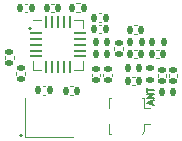
<source format=gbr>
%TF.GenerationSoftware,KiCad,Pcbnew,6.0.11-2627ca5db0~126~ubuntu22.04.1*%
%TF.CreationDate,2023-09-01T15:57:07+02:00*%
%TF.ProjectId,CC1101_868MHz_UFL_RF_Modul_FUEL4EP,43433131-3031-45f3-9836-384d487a5f55,1.3*%
%TF.SameCoordinates,Original*%
%TF.FileFunction,Legend,Top*%
%TF.FilePolarity,Positive*%
%FSLAX46Y46*%
G04 Gerber Fmt 4.6, Leading zero omitted, Abs format (unit mm)*
G04 Created by KiCad (PCBNEW 6.0.11-2627ca5db0~126~ubuntu22.04.1) date 2023-09-01 15:57:07*
%MOMM*%
%LPD*%
G01*
G04 APERTURE LIST*
G04 Aperture macros list*
%AMRoundRect*
0 Rectangle with rounded corners*
0 $1 Rounding radius*
0 $2 $3 $4 $5 $6 $7 $8 $9 X,Y pos of 4 corners*
0 Add a 4 corners polygon primitive as box body*
4,1,4,$2,$3,$4,$5,$6,$7,$8,$9,$2,$3,0*
0 Add four circle primitives for the rounded corners*
1,1,$1+$1,$2,$3*
1,1,$1+$1,$4,$5*
1,1,$1+$1,$6,$7*
1,1,$1+$1,$8,$9*
0 Add four rect primitives between the rounded corners*
20,1,$1+$1,$2,$3,$4,$5,0*
20,1,$1+$1,$4,$5,$6,$7,0*
20,1,$1+$1,$6,$7,$8,$9,0*
20,1,$1+$1,$8,$9,$2,$3,0*%
G04 Aperture macros list end*
%ADD10C,0.176200*%
%ADD11C,0.150000*%
%ADD12C,0.120000*%
%ADD13RoundRect,0.147500X-0.147500X-0.172500X0.147500X-0.172500X0.147500X0.172500X-0.147500X0.172500X0*%
%ADD14RoundRect,0.140000X0.140000X0.170000X-0.140000X0.170000X-0.140000X-0.170000X0.140000X-0.170000X0*%
%ADD15RoundRect,0.140000X-0.140000X-0.170000X0.140000X-0.170000X0.140000X0.170000X-0.140000X0.170000X0*%
%ADD16RoundRect,0.250000X-0.600000X-0.250000X0.600000X-0.250000X0.600000X0.250000X-0.600000X0.250000X0*%
%ADD17RoundRect,0.147500X-0.172500X0.147500X-0.172500X-0.147500X0.172500X-0.147500X0.172500X0.147500X0*%
%ADD18RoundRect,0.140000X0.170000X-0.140000X0.170000X0.140000X-0.170000X0.140000X-0.170000X-0.140000X0*%
%ADD19R,1.800000X1.500000*%
%ADD20RoundRect,0.140000X-0.170000X0.140000X-0.170000X-0.140000X0.170000X-0.140000X0.170000X0.140000X0*%
%ADD21RoundRect,0.135000X0.135000X0.185000X-0.135000X0.185000X-0.135000X-0.185000X0.135000X-0.185000X0*%
%ADD22R,1.400000X1.200000*%
%ADD23R,1.700000X1.000000*%
%ADD24R,1.000000X1.000000*%
%ADD25R,2.200000X1.050000*%
%ADD26RoundRect,0.062500X-0.425000X-0.062500X0.425000X-0.062500X0.425000X0.062500X-0.425000X0.062500X0*%
%ADD27RoundRect,0.062500X-0.062500X-0.425000X0.062500X-0.425000X0.062500X0.425000X-0.062500X0.425000X0*%
%ADD28R,2.400000X2.400000*%
G04 APERTURE END LIST*
D10*
X6338100Y10075000D02*
G75*
G03*
X6338100Y10075000I-88100J0D01*
G01*
X5563100Y1025000D02*
G75*
G03*
X5563100Y1025000I-88100J0D01*
G01*
D11*
X16575000Y3639285D02*
X16575000Y3925000D01*
X16746428Y3582142D02*
X16146428Y3782142D01*
X16746428Y3982142D01*
X16746428Y4182142D02*
X16146428Y4182142D01*
X16746428Y4525000D01*
X16146428Y4525000D01*
X16146428Y4725000D02*
X16146428Y5067857D01*
X16746428Y4896428D02*
X16146428Y4896428D01*
D12*
%TO.C,C14*%
X8235836Y12171000D02*
X8020164Y12171000D01*
X8235836Y11451000D02*
X8020164Y11451000D01*
%TO.C,C5*%
X17132836Y7540000D02*
X16917164Y7540000D01*
X17132836Y8260000D02*
X16917164Y8260000D01*
%TO.C,C3*%
X14892164Y5973800D02*
X15107836Y5973800D01*
X14892164Y5253800D02*
X15107836Y5253800D01*
%TO.C,C2*%
X13369000Y8276964D02*
X13369000Y8492636D01*
X14089000Y8276964D02*
X14089000Y8492636D01*
%TO.C,C7*%
X18710000Y5982164D02*
X18710000Y6197836D01*
X17990000Y5982164D02*
X17990000Y6197836D01*
%TO.C,C16*%
X5075600Y6356236D02*
X5075600Y6140564D01*
X5795600Y6356236D02*
X5795600Y6140564D01*
%TO.C,R1*%
X10440641Y11431000D02*
X10133359Y11431000D01*
X10440641Y12191000D02*
X10133359Y12191000D01*
%TO.C,C15*%
X12160000Y6257836D02*
X12160000Y6042164D01*
X11440000Y6257836D02*
X11440000Y6042164D01*
%TO.C,C17*%
X13160000Y6257836D02*
X13160000Y6042164D01*
X12440000Y6257836D02*
X12440000Y6042164D01*
%TO.C,Y1*%
X5823200Y4190000D02*
X5823200Y890000D01*
X5823200Y890000D02*
X9823200Y890000D01*
%TO.C,C13*%
X4110400Y7741436D02*
X4110400Y7525764D01*
X4830400Y7741436D02*
X4830400Y7525764D01*
%TO.C,C10*%
X5765164Y11451000D02*
X5980836Y11451000D01*
X5765164Y12171000D02*
X5980836Y12171000D01*
%TO.C,C4*%
X15052764Y7539800D02*
X15268436Y7539800D01*
X15052764Y8259800D02*
X15268436Y8259800D01*
%TO.C,C12*%
X12042164Y10640000D02*
X12257836Y10640000D01*
X12042164Y11360000D02*
X12257836Y11360000D01*
%TO.C,JA3*%
X12875000Y4150000D02*
X13075000Y4150000D01*
X13075000Y1150000D02*
X12875000Y1150000D01*
X12875000Y3350000D02*
X12875000Y4150000D01*
X15875000Y1950000D02*
X15875000Y1350000D01*
X12875000Y1150000D02*
X12875000Y1950000D01*
X15875000Y3350000D02*
X16375000Y3350000D01*
X15875000Y1950000D02*
X16375000Y1950000D01*
X15875000Y1350000D02*
X15675000Y1150000D01*
X15875000Y4150000D02*
X15875000Y3350000D01*
X15675000Y4150000D02*
X15875000Y4150000D01*
%TO.C,C11*%
X12042164Y10385000D02*
X12257836Y10385000D01*
X12042164Y9665000D02*
X12257836Y9665000D01*
%TO.C,C8*%
X7308964Y5186000D02*
X7524636Y5186000D01*
X7308964Y4466000D02*
X7524636Y4466000D01*
%TO.C,C1*%
X15052764Y10342600D02*
X15268436Y10342600D01*
X15052764Y9622600D02*
X15268436Y9622600D01*
%TO.C,C6*%
X17040000Y5992164D02*
X17040000Y6207836D01*
X17760000Y5992164D02*
X17760000Y6207836D01*
%TO.C,C9*%
X9832836Y5161000D02*
X9617164Y5161000D01*
X9832836Y4441000D02*
X9617164Y4441000D01*
%TO.C,U1*%
X10689000Y10812800D02*
X10689000Y10087800D01*
X10689000Y6592800D02*
X10689000Y7317800D01*
X6469000Y6592800D02*
X6469000Y7317800D01*
X9964000Y10812800D02*
X10689000Y10812800D01*
X7194000Y6592800D02*
X6469000Y6592800D01*
X9964000Y6592800D02*
X10689000Y6592800D01*
X7194000Y10812800D02*
X6469000Y10812800D01*
%TD*%
%LPC*%
D13*
%TO.C,L1*%
X11794000Y8892800D03*
X12764000Y8892800D03*
%TD*%
D14*
%TO.C,C14*%
X8608000Y11811000D03*
X7648000Y11811000D03*
%TD*%
D13*
%TO.C,L7*%
X17365000Y4675000D03*
X18335000Y4675000D03*
%TD*%
%TO.C,L3*%
X14515000Y6731400D03*
X15485000Y6731400D03*
%TD*%
%TO.C,L2*%
X11794000Y7902800D03*
X12764000Y7902800D03*
%TD*%
D14*
%TO.C,C5*%
X17505000Y7900000D03*
X16545000Y7900000D03*
%TD*%
D15*
%TO.C,C3*%
X14520000Y5613800D03*
X15480000Y5613800D03*
%TD*%
D16*
%TO.C,JC5*%
X950000Y5810000D03*
%TD*%
D17*
%TO.C,L6*%
X16400000Y6685000D03*
X16400000Y5715000D03*
%TD*%
D18*
%TO.C,C2*%
X13729000Y7904800D03*
X13729000Y8864800D03*
%TD*%
D19*
%TO.C,JA1*%
X18000000Y1550000D03*
%TD*%
D16*
%TO.C,JC8*%
X950000Y2000000D03*
%TD*%
D18*
%TO.C,C7*%
X18350000Y5610000D03*
X18350000Y6570000D03*
%TD*%
D20*
%TO.C,C16*%
X5435600Y6728400D03*
X5435600Y5768400D03*
%TD*%
D21*
%TO.C,R1*%
X10797000Y11811000D03*
X9777000Y11811000D03*
%TD*%
D20*
%TO.C,C15*%
X11800000Y6630000D03*
X11800000Y5670000D03*
%TD*%
%TO.C,C17*%
X12800000Y6630000D03*
X12800000Y5670000D03*
%TD*%
D19*
%TO.C,JA2*%
X18000000Y3275000D03*
%TD*%
D13*
%TO.C,L4*%
X14695600Y8966600D03*
X15665600Y8966600D03*
%TD*%
D22*
%TO.C,Y1*%
X6723200Y1690000D03*
X8923200Y1690000D03*
X8923200Y3390000D03*
X6723200Y3390000D03*
%TD*%
D20*
%TO.C,C13*%
X4470400Y8113600D03*
X4470400Y7153600D03*
%TD*%
D15*
%TO.C,C10*%
X5393000Y11811000D03*
X6353000Y11811000D03*
%TD*%
%TO.C,C4*%
X14680600Y7899800D03*
X15640600Y7899800D03*
%TD*%
D16*
%TO.C,JC6*%
X950000Y4540000D03*
%TD*%
D15*
%TO.C,C12*%
X11670000Y11000000D03*
X12630000Y11000000D03*
%TD*%
D16*
%TO.C,JC3*%
X950000Y8350000D03*
%TD*%
%TO.C,JC2*%
X950000Y9620000D03*
%TD*%
D23*
%TO.C,JC1*%
X950000Y10890000D03*
%TD*%
D13*
%TO.C,L5*%
X16590000Y8950000D03*
X17560000Y8950000D03*
%TD*%
D24*
%TO.C,JA3*%
X15875000Y2650000D03*
D25*
X14375000Y4125000D03*
D24*
X12875000Y2650000D03*
D25*
X14375000Y1175000D03*
%TD*%
D15*
%TO.C,C11*%
X11670000Y10025000D03*
X12630000Y10025000D03*
%TD*%
%TO.C,C8*%
X6936800Y4826000D03*
X7896800Y4826000D03*
%TD*%
%TO.C,C1*%
X14680600Y9982600D03*
X15640600Y9982600D03*
%TD*%
D18*
%TO.C,C6*%
X17400000Y5620000D03*
X17400000Y6580000D03*
%TD*%
D14*
%TO.C,C9*%
X10205000Y4801000D03*
X9245000Y4801000D03*
%TD*%
D16*
%TO.C,JC4*%
X950000Y7080000D03*
%TD*%
D26*
%TO.C,U1*%
X6691500Y9702800D03*
X6691500Y9202800D03*
X6691500Y8702800D03*
X6691500Y8202800D03*
X6691500Y7702800D03*
D27*
X7579000Y6815300D03*
X8079000Y6815300D03*
X8579000Y6815300D03*
X9079000Y6815300D03*
X9579000Y6815300D03*
D26*
X10466500Y7702800D03*
X10466500Y8202800D03*
X10466500Y8702800D03*
X10466500Y9202800D03*
X10466500Y9702800D03*
D27*
X9579000Y10590300D03*
X9079000Y10590300D03*
X8579000Y10590300D03*
X8079000Y10590300D03*
X7579000Y10590300D03*
D28*
X8579000Y8702800D03*
%TD*%
D13*
%TO.C,FB1*%
X1540000Y12250000D03*
X2510000Y12250000D03*
%TD*%
D16*
%TO.C,JC7*%
X950000Y3270000D03*
%TD*%
M02*

</source>
